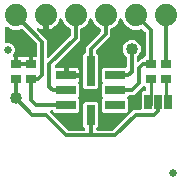
<source format=gbr>
G04 EAGLE Gerber RS-274X export*
G75*
%MOMM*%
%FSLAX34Y34*%
%LPD*%
%INTop Copper*%
%IPPOS*%
%AMOC8*
5,1,8,0,0,1.08239X$1,22.5*%
G01*
%ADD10R,0.800000X2.500000*%
%ADD11R,0.800000X1.670000*%
%ADD12R,1.670000X0.800000*%
%ADD13R,0.900000X0.700000*%
%ADD14C,1.879600*%
%ADD15R,0.635000X1.270000*%
%ADD16C,0.635000*%
%ADD17C,1.016000*%
%ADD18C,0.304800*%
%ADD19C,0.254000*%

G36*
X70715Y42182D02*
X70715Y42182D01*
X70854Y42195D01*
X70873Y42202D01*
X70893Y42205D01*
X71022Y42256D01*
X71154Y42303D01*
X71170Y42314D01*
X71189Y42322D01*
X71302Y42403D01*
X71417Y42481D01*
X71430Y42497D01*
X71446Y42508D01*
X71535Y42616D01*
X71627Y42720D01*
X71636Y42738D01*
X71649Y42753D01*
X71709Y42879D01*
X71772Y43003D01*
X71776Y43023D01*
X71785Y43041D01*
X71811Y43177D01*
X71841Y43313D01*
X71841Y43334D01*
X71845Y43353D01*
X71836Y43492D01*
X71832Y43631D01*
X71826Y43651D01*
X71825Y43671D01*
X71782Y43803D01*
X71743Y43937D01*
X71733Y43954D01*
X71727Y43973D01*
X71652Y44091D01*
X71582Y44211D01*
X71563Y44232D01*
X71557Y44242D01*
X71542Y44256D01*
X71475Y44331D01*
X69659Y46148D01*
X69659Y64952D01*
X71148Y66441D01*
X81252Y66441D01*
X82741Y64952D01*
X82741Y46148D01*
X80925Y44331D01*
X80839Y44222D01*
X80751Y44115D01*
X80742Y44096D01*
X80730Y44080D01*
X80674Y43952D01*
X80615Y43827D01*
X80611Y43807D01*
X80603Y43788D01*
X80581Y43650D01*
X80555Y43514D01*
X80557Y43494D01*
X80553Y43474D01*
X80567Y43335D01*
X80575Y43197D01*
X80581Y43178D01*
X80583Y43158D01*
X80630Y43026D01*
X80673Y42895D01*
X80684Y42877D01*
X80691Y42858D01*
X80769Y42743D01*
X80843Y42626D01*
X80858Y42612D01*
X80869Y42595D01*
X80974Y42503D01*
X81075Y42408D01*
X81093Y42398D01*
X81108Y42385D01*
X81232Y42321D01*
X81353Y42254D01*
X81373Y42249D01*
X81391Y42240D01*
X81527Y42210D01*
X81661Y42175D01*
X81689Y42173D01*
X81701Y42170D01*
X81722Y42171D01*
X81822Y42165D01*
X94628Y42165D01*
X94726Y42177D01*
X94825Y42180D01*
X94884Y42197D01*
X94944Y42205D01*
X95036Y42241D01*
X95131Y42269D01*
X95183Y42299D01*
X95239Y42322D01*
X95319Y42380D01*
X95405Y42430D01*
X95480Y42496D01*
X95497Y42508D01*
X95504Y42518D01*
X95526Y42536D01*
X112616Y59627D01*
X118237Y59627D01*
X118355Y59642D01*
X118474Y59650D01*
X118512Y59662D01*
X118553Y59667D01*
X118663Y59711D01*
X118776Y59748D01*
X118811Y59769D01*
X118848Y59784D01*
X118944Y59854D01*
X119045Y59918D01*
X119073Y59947D01*
X119106Y59971D01*
X119182Y60063D01*
X119263Y60149D01*
X119283Y60185D01*
X119308Y60216D01*
X119359Y60324D01*
X119417Y60428D01*
X119427Y60467D01*
X119444Y60504D01*
X119466Y60620D01*
X119496Y60736D01*
X119500Y60796D01*
X119504Y60816D01*
X119502Y60836D01*
X119506Y60896D01*
X119506Y74077D01*
X120995Y75566D01*
X121920Y75566D01*
X122038Y75581D01*
X122157Y75588D01*
X122195Y75601D01*
X122236Y75606D01*
X122346Y75649D01*
X122459Y75686D01*
X122494Y75708D01*
X122531Y75723D01*
X122627Y75792D01*
X122728Y75856D01*
X122756Y75886D01*
X122789Y75909D01*
X122865Y76001D01*
X122946Y76088D01*
X122966Y76123D01*
X122991Y76154D01*
X123042Y76262D01*
X123100Y76366D01*
X123110Y76406D01*
X123127Y76442D01*
X123149Y76559D01*
X123179Y76674D01*
X123183Y76734D01*
X123187Y76754D01*
X123185Y76775D01*
X123189Y76835D01*
X123189Y78265D01*
X123174Y78383D01*
X123167Y78502D01*
X123154Y78540D01*
X123149Y78581D01*
X123106Y78691D01*
X123069Y78804D01*
X123047Y78839D01*
X123032Y78876D01*
X122963Y78972D01*
X122899Y79073D01*
X122869Y79101D01*
X122846Y79134D01*
X122754Y79210D01*
X122667Y79291D01*
X122632Y79311D01*
X122601Y79336D01*
X122493Y79387D01*
X122389Y79445D01*
X122349Y79455D01*
X122313Y79472D01*
X122196Y79494D01*
X122081Y79524D01*
X122021Y79528D01*
X122001Y79532D01*
X121980Y79530D01*
X121920Y79534D01*
X121295Y79534D01*
X121259Y79553D01*
X121219Y79562D01*
X121182Y79578D01*
X121065Y79597D01*
X120948Y79623D01*
X120908Y79622D01*
X120868Y79628D01*
X120750Y79617D01*
X120630Y79613D01*
X120592Y79602D01*
X120551Y79598D01*
X120439Y79558D01*
X120325Y79525D01*
X120290Y79504D01*
X120252Y79491D01*
X120154Y79424D01*
X120051Y79363D01*
X120006Y79323D01*
X119989Y79312D01*
X119976Y79297D01*
X119930Y79257D01*
X112809Y72135D01*
X109010Y72135D01*
X108892Y72120D01*
X108773Y72113D01*
X108735Y72100D01*
X108694Y72095D01*
X108584Y72052D01*
X108471Y72015D01*
X108436Y71993D01*
X108399Y71978D01*
X108303Y71909D01*
X108202Y71845D01*
X108174Y71815D01*
X108141Y71792D01*
X108065Y71700D01*
X107984Y71613D01*
X107964Y71578D01*
X107939Y71547D01*
X107888Y71439D01*
X107830Y71335D01*
X107820Y71295D01*
X107803Y71259D01*
X107791Y71198D01*
X107341Y70748D01*
X107268Y70654D01*
X107189Y70564D01*
X107171Y70528D01*
X107146Y70496D01*
X107098Y70387D01*
X107044Y70281D01*
X107035Y70242D01*
X107019Y70204D01*
X107001Y70087D01*
X106975Y69971D01*
X106976Y69930D01*
X106970Y69890D01*
X106981Y69772D01*
X106984Y69653D01*
X106996Y69614D01*
X106999Y69574D01*
X107040Y69462D01*
X107073Y69347D01*
X107093Y69312D01*
X107107Y69274D01*
X107174Y69176D01*
X107234Y69073D01*
X107274Y69028D01*
X107286Y69011D01*
X107301Y68998D01*
X107341Y68953D01*
X107741Y68552D01*
X107741Y58448D01*
X106252Y56959D01*
X87448Y56959D01*
X85959Y58448D01*
X85959Y68552D01*
X86359Y68953D01*
X86432Y69047D01*
X86511Y69136D01*
X86529Y69172D01*
X86554Y69204D01*
X86602Y69313D01*
X86656Y69419D01*
X86665Y69458D01*
X86681Y69496D01*
X86699Y69613D01*
X86725Y69729D01*
X86724Y69770D01*
X86730Y69810D01*
X86719Y69928D01*
X86716Y70047D01*
X86704Y70086D01*
X86701Y70126D01*
X86660Y70238D01*
X86627Y70353D01*
X86607Y70388D01*
X86593Y70426D01*
X86526Y70524D01*
X86466Y70627D01*
X86426Y70672D01*
X86414Y70689D01*
X86399Y70702D01*
X86359Y70748D01*
X85959Y71148D01*
X85959Y81252D01*
X86359Y81653D01*
X86432Y81747D01*
X86511Y81836D01*
X86529Y81872D01*
X86554Y81904D01*
X86602Y82013D01*
X86656Y82119D01*
X86665Y82158D01*
X86681Y82196D01*
X86699Y82313D01*
X86725Y82429D01*
X86724Y82470D01*
X86730Y82510D01*
X86719Y82628D01*
X86716Y82747D01*
X86704Y82786D01*
X86701Y82826D01*
X86660Y82938D01*
X86627Y83053D01*
X86607Y83088D01*
X86593Y83126D01*
X86526Y83224D01*
X86466Y83327D01*
X86426Y83372D01*
X86414Y83389D01*
X86399Y83402D01*
X86359Y83448D01*
X85959Y83848D01*
X85959Y93952D01*
X87448Y95441D01*
X105791Y95441D01*
X105909Y95456D01*
X106028Y95463D01*
X106066Y95476D01*
X106107Y95481D01*
X106217Y95524D01*
X106330Y95561D01*
X106365Y95583D01*
X106402Y95598D01*
X106498Y95667D01*
X106599Y95731D01*
X106627Y95761D01*
X106660Y95784D01*
X106736Y95876D01*
X106817Y95963D01*
X106837Y95998D01*
X106862Y96029D01*
X106913Y96137D01*
X106971Y96241D01*
X106981Y96281D01*
X106998Y96317D01*
X107020Y96434D01*
X107050Y96549D01*
X107054Y96609D01*
X107058Y96629D01*
X107056Y96650D01*
X107057Y96658D01*
X107058Y96662D01*
X107057Y96666D01*
X107060Y96710D01*
X107060Y103887D01*
X107048Y103985D01*
X107045Y104084D01*
X107028Y104142D01*
X107020Y104202D01*
X106984Y104294D01*
X106956Y104389D01*
X106926Y104442D01*
X106903Y104498D01*
X106845Y104578D01*
X106795Y104663D01*
X106729Y104739D01*
X106717Y104755D01*
X106707Y104763D01*
X106689Y104784D01*
X104664Y106808D01*
X103504Y109609D01*
X103504Y112641D01*
X104664Y115442D01*
X106808Y117586D01*
X109609Y118746D01*
X112641Y118746D01*
X115442Y117586D01*
X117586Y115442D01*
X118746Y112641D01*
X118746Y109609D01*
X117586Y106808D01*
X115561Y104784D01*
X115501Y104706D01*
X115433Y104634D01*
X115404Y104581D01*
X115367Y104533D01*
X115327Y104442D01*
X115279Y104355D01*
X115264Y104297D01*
X115240Y104241D01*
X115225Y104143D01*
X115200Y104047D01*
X115194Y103947D01*
X115190Y103927D01*
X115192Y103915D01*
X115190Y103887D01*
X115190Y101777D01*
X115207Y101640D01*
X115211Y101596D01*
X115212Y101583D01*
X115213Y101581D01*
X115220Y101501D01*
X115227Y101482D01*
X115230Y101462D01*
X115281Y101333D01*
X115328Y101202D01*
X115339Y101185D01*
X115347Y101166D01*
X115428Y101054D01*
X115506Y100939D01*
X115522Y100925D01*
X115533Y100909D01*
X115641Y100820D01*
X115745Y100728D01*
X115763Y100719D01*
X115778Y100706D01*
X115904Y100647D01*
X116028Y100584D01*
X116048Y100579D01*
X116066Y100570D01*
X116202Y100544D01*
X116338Y100514D01*
X116359Y100514D01*
X116378Y100511D01*
X116517Y100519D01*
X116656Y100524D01*
X116676Y100529D01*
X116696Y100530D01*
X116828Y100573D01*
X116962Y100612D01*
X116979Y100622D01*
X116998Y100628D01*
X117116Y100703D01*
X117236Y100773D01*
X117257Y100792D01*
X117267Y100799D01*
X117281Y100814D01*
X117356Y100880D01*
X119131Y102655D01*
X119143Y102655D01*
X119201Y102672D01*
X119261Y102680D01*
X119353Y102716D01*
X119449Y102744D01*
X119501Y102774D01*
X119557Y102797D01*
X119637Y102855D01*
X119723Y102905D01*
X119798Y102971D01*
X119814Y102983D01*
X119822Y102993D01*
X119843Y103011D01*
X121448Y104616D01*
X121666Y104616D01*
X121784Y104631D01*
X121903Y104638D01*
X121941Y104651D01*
X121982Y104656D01*
X122092Y104699D01*
X122205Y104736D01*
X122240Y104758D01*
X122277Y104773D01*
X122373Y104842D01*
X122474Y104906D01*
X122502Y104936D01*
X122535Y104959D01*
X122611Y105051D01*
X122692Y105138D01*
X122712Y105173D01*
X122737Y105204D01*
X122788Y105312D01*
X122846Y105416D01*
X122856Y105456D01*
X122873Y105492D01*
X122895Y105609D01*
X122925Y105724D01*
X122929Y105784D01*
X122933Y105804D01*
X122931Y105825D01*
X122935Y105885D01*
X122935Y124791D01*
X122923Y124889D01*
X122920Y124988D01*
X122903Y125046D01*
X122895Y125106D01*
X122859Y125198D01*
X122831Y125293D01*
X122801Y125345D01*
X122778Y125402D01*
X122720Y125482D01*
X122670Y125567D01*
X122604Y125643D01*
X122592Y125659D01*
X122582Y125667D01*
X122564Y125688D01*
X119972Y128279D01*
X119949Y128297D01*
X119930Y128320D01*
X119824Y128395D01*
X119721Y128474D01*
X119694Y128486D01*
X119670Y128503D01*
X119549Y128549D01*
X119429Y128600D01*
X119400Y128605D01*
X119373Y128616D01*
X119244Y128630D01*
X119115Y128650D01*
X119086Y128647D01*
X119057Y128651D01*
X118928Y128633D01*
X118799Y128620D01*
X118771Y128610D01*
X118742Y128606D01*
X118589Y128554D01*
X116675Y127761D01*
X111925Y127761D01*
X107537Y129579D01*
X104179Y132937D01*
X102773Y136332D01*
X102704Y136453D01*
X102639Y136576D01*
X102625Y136591D01*
X102615Y136608D01*
X102518Y136708D01*
X102425Y136811D01*
X102408Y136822D01*
X102394Y136837D01*
X102275Y136910D01*
X102159Y136986D01*
X102140Y136992D01*
X102123Y137003D01*
X101990Y137044D01*
X101858Y137089D01*
X101838Y137091D01*
X101819Y137097D01*
X101680Y137103D01*
X101541Y137114D01*
X101521Y137111D01*
X101501Y137112D01*
X101365Y137084D01*
X101228Y137060D01*
X101209Y137052D01*
X101190Y137047D01*
X101064Y136986D01*
X100938Y136929D01*
X100922Y136917D01*
X100904Y136908D01*
X100798Y136817D01*
X100690Y136731D01*
X100677Y136715D01*
X100662Y136701D01*
X100582Y136588D01*
X100498Y136477D01*
X100486Y136451D01*
X100479Y136441D01*
X100472Y136422D01*
X100427Y136332D01*
X99021Y132937D01*
X95663Y129579D01*
X93748Y128786D01*
X93723Y128771D01*
X93695Y128762D01*
X93585Y128693D01*
X93472Y128628D01*
X93451Y128608D01*
X93426Y128592D01*
X93337Y128497D01*
X93244Y128407D01*
X93228Y128382D01*
X93208Y128360D01*
X93145Y128247D01*
X93077Y128136D01*
X93069Y128108D01*
X93054Y128082D01*
X93022Y127956D01*
X92984Y127832D01*
X92982Y127802D01*
X92975Y127774D01*
X92965Y127613D01*
X92965Y122141D01*
X90212Y119389D01*
X80731Y109907D01*
X80646Y109798D01*
X80557Y109691D01*
X80548Y109672D01*
X80536Y109656D01*
X80480Y109528D01*
X80421Y109403D01*
X80418Y109383D01*
X80410Y109364D01*
X80388Y109226D01*
X80362Y109090D01*
X80363Y109070D01*
X80360Y109050D01*
X80373Y108911D01*
X80381Y108773D01*
X80388Y108754D01*
X80390Y108734D01*
X80437Y108602D01*
X80479Y108471D01*
X80490Y108453D01*
X80497Y108434D01*
X80575Y108319D01*
X80650Y108202D01*
X80664Y108188D01*
X80676Y108171D01*
X80780Y108079D01*
X80881Y107984D01*
X80899Y107974D01*
X80914Y107961D01*
X81038Y107897D01*
X81160Y107830D01*
X81164Y107829D01*
X82741Y106252D01*
X82741Y79148D01*
X81252Y77659D01*
X71148Y77659D01*
X69659Y79148D01*
X69659Y106252D01*
X71191Y107784D01*
X71292Y107824D01*
X71405Y107861D01*
X71440Y107883D01*
X71477Y107898D01*
X71573Y107967D01*
X71674Y108031D01*
X71702Y108061D01*
X71735Y108084D01*
X71811Y108176D01*
X71892Y108263D01*
X71912Y108298D01*
X71937Y108329D01*
X71988Y108437D01*
X72046Y108541D01*
X72056Y108581D01*
X72073Y108617D01*
X72095Y108734D01*
X72125Y108849D01*
X72129Y108909D01*
X72133Y108929D01*
X72131Y108950D01*
X72135Y109010D01*
X72135Y112809D01*
X84464Y125137D01*
X84524Y125215D01*
X84592Y125287D01*
X84621Y125340D01*
X84658Y125388D01*
X84698Y125479D01*
X84746Y125566D01*
X84761Y125624D01*
X84785Y125680D01*
X84800Y125778D01*
X84825Y125874D01*
X84831Y125974D01*
X84835Y125994D01*
X84833Y126006D01*
X84835Y126034D01*
X84835Y127613D01*
X84832Y127642D01*
X84834Y127672D01*
X84812Y127800D01*
X84795Y127929D01*
X84785Y127956D01*
X84780Y127985D01*
X84726Y128104D01*
X84678Y128224D01*
X84661Y128248D01*
X84649Y128275D01*
X84568Y128377D01*
X84492Y128482D01*
X84469Y128501D01*
X84450Y128524D01*
X84347Y128602D01*
X84247Y128685D01*
X84220Y128697D01*
X84196Y128715D01*
X84052Y128786D01*
X82137Y129579D01*
X78779Y132937D01*
X77373Y136332D01*
X77304Y136453D01*
X77239Y136576D01*
X77225Y136591D01*
X77215Y136608D01*
X77118Y136708D01*
X77025Y136811D01*
X77008Y136822D01*
X76994Y136837D01*
X76875Y136910D01*
X76759Y136986D01*
X76740Y136992D01*
X76723Y137003D01*
X76590Y137044D01*
X76458Y137089D01*
X76438Y137091D01*
X76419Y137097D01*
X76280Y137103D01*
X76141Y137114D01*
X76121Y137111D01*
X76101Y137112D01*
X75965Y137084D01*
X75828Y137060D01*
X75809Y137052D01*
X75790Y137047D01*
X75664Y136986D01*
X75538Y136929D01*
X75522Y136917D01*
X75504Y136908D01*
X75398Y136817D01*
X75290Y136731D01*
X75277Y136715D01*
X75262Y136701D01*
X75182Y136588D01*
X75098Y136477D01*
X75086Y136451D01*
X75079Y136441D01*
X75072Y136422D01*
X75027Y136332D01*
X73621Y132937D01*
X70263Y129579D01*
X68348Y128786D01*
X68323Y128771D01*
X68295Y128762D01*
X68185Y128693D01*
X68072Y128628D01*
X68051Y128608D01*
X68026Y128592D01*
X67937Y128497D01*
X67844Y128407D01*
X67828Y128382D01*
X67808Y128360D01*
X67745Y128247D01*
X67677Y128136D01*
X67669Y128108D01*
X67654Y128082D01*
X67622Y127956D01*
X67584Y127832D01*
X67582Y127802D01*
X67575Y127774D01*
X67565Y127613D01*
X67565Y118966D01*
X64812Y116214D01*
X46206Y97607D01*
X46121Y97498D01*
X46032Y97391D01*
X46023Y97372D01*
X46011Y97356D01*
X45955Y97228D01*
X45896Y97103D01*
X45893Y97083D01*
X45885Y97064D01*
X45863Y96926D01*
X45837Y96790D01*
X45838Y96770D01*
X45835Y96750D01*
X45848Y96611D01*
X45856Y96473D01*
X45863Y96454D01*
X45865Y96434D01*
X45912Y96302D01*
X45954Y96171D01*
X45965Y96153D01*
X45972Y96134D01*
X46050Y96019D01*
X46125Y95902D01*
X46139Y95888D01*
X46151Y95871D01*
X46255Y95779D01*
X46356Y95684D01*
X46374Y95674D01*
X46389Y95661D01*
X46513Y95597D01*
X46635Y95530D01*
X46654Y95525D01*
X46672Y95516D01*
X46808Y95486D01*
X46943Y95451D01*
X46971Y95449D01*
X46983Y95446D01*
X47003Y95447D01*
X47103Y95441D01*
X53551Y95441D01*
X53551Y89630D01*
X53566Y89512D01*
X53573Y89393D01*
X53585Y89355D01*
X53591Y89315D01*
X53634Y89204D01*
X53671Y89091D01*
X53693Y89057D01*
X53708Y89019D01*
X53777Y88923D01*
X53841Y88822D01*
X53871Y88794D01*
X53894Y88762D01*
X53986Y88686D01*
X54073Y88604D01*
X54108Y88585D01*
X54139Y88559D01*
X54247Y88508D01*
X54351Y88451D01*
X54391Y88441D01*
X54427Y88423D01*
X54544Y88401D01*
X54659Y88371D01*
X54719Y88367D01*
X54739Y88364D01*
X54760Y88365D01*
X54820Y88361D01*
X55011Y88361D01*
X55011Y88170D01*
X55026Y88052D01*
X55033Y87933D01*
X55046Y87895D01*
X55051Y87854D01*
X55095Y87744D01*
X55131Y87631D01*
X55153Y87596D01*
X55168Y87559D01*
X55238Y87462D01*
X55301Y87362D01*
X55331Y87334D01*
X55355Y87301D01*
X55446Y87225D01*
X55533Y87144D01*
X55568Y87124D01*
X55600Y87099D01*
X55707Y87048D01*
X55812Y86990D01*
X55851Y86980D01*
X55887Y86963D01*
X56004Y86941D01*
X56120Y86911D01*
X56180Y86907D01*
X56200Y86903D01*
X56220Y86905D01*
X56280Y86901D01*
X66441Y86901D01*
X66441Y84566D01*
X66268Y83919D01*
X65890Y83266D01*
X65889Y83264D01*
X65885Y83257D01*
X65864Y83220D01*
X65847Y83198D01*
X65799Y83088D01*
X65744Y82981D01*
X65736Y82942D01*
X65720Y82906D01*
X65701Y82788D01*
X65675Y82671D01*
X65676Y82631D01*
X65670Y82592D01*
X65681Y82473D01*
X65684Y82353D01*
X65695Y82315D01*
X65699Y82275D01*
X65739Y82162D01*
X65773Y82047D01*
X65793Y82013D01*
X65806Y81976D01*
X65873Y81877D01*
X65934Y81773D01*
X65973Y81729D01*
X65984Y81713D01*
X66000Y81699D01*
X66041Y81653D01*
X66441Y81252D01*
X66441Y71148D01*
X66041Y70747D01*
X65968Y70653D01*
X65889Y70564D01*
X65871Y70528D01*
X65846Y70496D01*
X65798Y70387D01*
X65744Y70281D01*
X65735Y70242D01*
X65719Y70204D01*
X65701Y70087D01*
X65675Y69971D01*
X65676Y69930D01*
X65670Y69890D01*
X65681Y69772D01*
X65684Y69653D01*
X65696Y69614D01*
X65699Y69574D01*
X65740Y69462D01*
X65773Y69347D01*
X65793Y69312D01*
X65807Y69274D01*
X65874Y69176D01*
X65934Y69073D01*
X65974Y69028D01*
X65986Y69011D01*
X66001Y68998D01*
X66041Y68952D01*
X66441Y68552D01*
X66441Y58448D01*
X64952Y56959D01*
X46148Y56959D01*
X44616Y58491D01*
X44576Y58592D01*
X44539Y58705D01*
X44517Y58740D01*
X44502Y58777D01*
X44433Y58873D01*
X44369Y58974D01*
X44339Y59002D01*
X44316Y59035D01*
X44224Y59111D01*
X44137Y59192D01*
X44102Y59212D01*
X44071Y59237D01*
X43963Y59288D01*
X43859Y59346D01*
X43819Y59356D01*
X43783Y59373D01*
X43666Y59395D01*
X43551Y59425D01*
X43491Y59429D01*
X43471Y59433D01*
X43450Y59431D01*
X43390Y59435D01*
X43040Y59435D01*
X42902Y59418D01*
X42764Y59405D01*
X42744Y59398D01*
X42724Y59395D01*
X42595Y59344D01*
X42464Y59297D01*
X42447Y59286D01*
X42429Y59278D01*
X42317Y59197D01*
X42201Y59119D01*
X42188Y59103D01*
X42171Y59092D01*
X42083Y58984D01*
X41991Y58880D01*
X41981Y58862D01*
X41968Y58847D01*
X41909Y58721D01*
X41846Y58597D01*
X41842Y58577D01*
X41833Y58559D01*
X41807Y58423D01*
X41776Y58287D01*
X41777Y58266D01*
X41773Y58247D01*
X41782Y58108D01*
X41786Y57969D01*
X41792Y57949D01*
X41793Y57929D01*
X41836Y57797D01*
X41874Y57663D01*
X41885Y57646D01*
X41891Y57627D01*
X41966Y57509D01*
X42036Y57389D01*
X42055Y57368D01*
X42061Y57358D01*
X42076Y57344D01*
X42142Y57269D01*
X56874Y42536D01*
X56953Y42476D01*
X57025Y42408D01*
X57078Y42379D01*
X57126Y42342D01*
X57217Y42302D01*
X57303Y42254D01*
X57362Y42239D01*
X57418Y42215D01*
X57516Y42200D01*
X57611Y42175D01*
X57711Y42169D01*
X57732Y42165D01*
X57744Y42167D01*
X57772Y42165D01*
X70578Y42165D01*
X70715Y42182D01*
G37*
G36*
X25038Y96841D02*
X25038Y96841D01*
X25157Y96848D01*
X25195Y96860D01*
X25235Y96866D01*
X25346Y96909D01*
X25459Y96946D01*
X25493Y96968D01*
X25531Y96983D01*
X25627Y97052D01*
X25728Y97116D01*
X25756Y97146D01*
X25788Y97169D01*
X25864Y97261D01*
X25946Y97348D01*
X25965Y97383D01*
X25991Y97414D01*
X26042Y97522D01*
X26099Y97626D01*
X26109Y97666D01*
X26127Y97702D01*
X26149Y97819D01*
X26155Y97821D01*
X26196Y97826D01*
X26306Y97870D01*
X26419Y97906D01*
X26454Y97928D01*
X26491Y97943D01*
X26587Y98013D01*
X26688Y98076D01*
X26716Y98106D01*
X26749Y98130D01*
X26825Y98221D01*
X26906Y98308D01*
X26926Y98343D01*
X26951Y98375D01*
X27002Y98482D01*
X27060Y98587D01*
X27070Y98626D01*
X27087Y98662D01*
X27109Y98779D01*
X27139Y98895D01*
X27143Y98955D01*
X27147Y98975D01*
X27145Y98995D01*
X27149Y99055D01*
X27149Y104616D01*
X29591Y104616D01*
X29709Y104631D01*
X29828Y104638D01*
X29866Y104651D01*
X29907Y104656D01*
X30017Y104699D01*
X30130Y104736D01*
X30165Y104758D01*
X30202Y104773D01*
X30298Y104842D01*
X30399Y104906D01*
X30427Y104936D01*
X30460Y104959D01*
X30536Y105051D01*
X30617Y105138D01*
X30637Y105173D01*
X30662Y105204D01*
X30713Y105312D01*
X30771Y105416D01*
X30781Y105456D01*
X30798Y105492D01*
X30820Y105609D01*
X30850Y105724D01*
X30854Y105784D01*
X30858Y105804D01*
X30856Y105825D01*
X30860Y105885D01*
X30860Y115266D01*
X30848Y115364D01*
X30845Y115463D01*
X30828Y115521D01*
X30820Y115581D01*
X30784Y115673D01*
X30756Y115768D01*
X30726Y115821D01*
X30703Y115877D01*
X30645Y115957D01*
X30595Y116042D01*
X30529Y116118D01*
X30517Y116134D01*
X30507Y116142D01*
X30489Y116163D01*
X18372Y128279D01*
X18349Y128297D01*
X18330Y128320D01*
X18224Y128395D01*
X18121Y128474D01*
X18094Y128486D01*
X18070Y128503D01*
X17949Y128549D01*
X17829Y128600D01*
X17800Y128605D01*
X17773Y128616D01*
X17644Y128630D01*
X17515Y128650D01*
X17486Y128647D01*
X17457Y128651D01*
X17328Y128633D01*
X17199Y128620D01*
X17171Y128610D01*
X17142Y128606D01*
X16989Y128554D01*
X15075Y127761D01*
X10325Y127761D01*
X5937Y129579D01*
X5724Y129793D01*
X5614Y129878D01*
X5507Y129966D01*
X5488Y129975D01*
X5472Y129988D01*
X5345Y130043D01*
X5219Y130102D01*
X5199Y130106D01*
X5180Y130114D01*
X5043Y130136D01*
X4906Y130162D01*
X4886Y130161D01*
X4866Y130164D01*
X4727Y130151D01*
X4589Y130142D01*
X4570Y130136D01*
X4550Y130134D01*
X4418Y130087D01*
X4287Y130044D01*
X4270Y130033D01*
X4250Y130026D01*
X4135Y129948D01*
X4018Y129874D01*
X4004Y129859D01*
X3987Y129848D01*
X3895Y129744D01*
X3800Y129642D01*
X3790Y129625D01*
X3777Y129609D01*
X3713Y129485D01*
X3646Y129364D01*
X3641Y129344D01*
X3632Y129326D01*
X3602Y129190D01*
X3567Y129056D01*
X3565Y129028D01*
X3562Y129016D01*
X3563Y128995D01*
X3557Y128895D01*
X3557Y117419D01*
X3563Y117370D01*
X3561Y117320D01*
X3583Y117213D01*
X3597Y117104D01*
X3615Y117057D01*
X3625Y117009D01*
X3673Y116910D01*
X3714Y116808D01*
X3743Y116768D01*
X3765Y116723D01*
X3836Y116639D01*
X3900Y116551D01*
X3939Y116519D01*
X3971Y116481D01*
X4061Y116418D01*
X4145Y116348D01*
X4190Y116327D01*
X4231Y116298D01*
X4334Y116259D01*
X4433Y116212D01*
X4482Y116203D01*
X4529Y116185D01*
X4638Y116173D01*
X4745Y116153D01*
X4795Y116156D01*
X4845Y116150D01*
X4954Y116165D01*
X5063Y116172D01*
X5110Y116188D01*
X5160Y116195D01*
X5192Y116206D01*
X7487Y116206D01*
X9588Y115336D01*
X11196Y113728D01*
X12066Y111627D01*
X12066Y109353D01*
X11196Y107252D01*
X10726Y106783D01*
X10641Y106673D01*
X10552Y106566D01*
X10543Y106547D01*
X10531Y106531D01*
X10475Y106403D01*
X10416Y106278D01*
X10413Y106258D01*
X10404Y106239D01*
X10382Y106101D01*
X10357Y105965D01*
X10358Y105945D01*
X10355Y105925D01*
X10368Y105786D01*
X10376Y105648D01*
X10382Y105629D01*
X10384Y105609D01*
X10431Y105478D01*
X10474Y105346D01*
X10485Y105328D01*
X10492Y105309D01*
X10570Y105195D01*
X10644Y105077D01*
X10659Y105063D01*
X10671Y105046D01*
X10775Y104954D01*
X10876Y104859D01*
X10894Y104849D01*
X10909Y104836D01*
X10951Y104814D01*
X10951Y99055D01*
X10966Y98937D01*
X10973Y98818D01*
X10985Y98780D01*
X10991Y98740D01*
X11034Y98629D01*
X11071Y98516D01*
X11093Y98482D01*
X11108Y98444D01*
X11177Y98348D01*
X11241Y98247D01*
X11271Y98219D01*
X11294Y98187D01*
X11386Y98111D01*
X11473Y98029D01*
X11508Y98010D01*
X11539Y97984D01*
X11647Y97933D01*
X11751Y97876D01*
X11791Y97866D01*
X11827Y97848D01*
X11944Y97826D01*
X11946Y97820D01*
X11951Y97779D01*
X11995Y97669D01*
X12031Y97556D01*
X12053Y97521D01*
X12068Y97484D01*
X12138Y97387D01*
X12201Y97287D01*
X12231Y97259D01*
X12255Y97226D01*
X12346Y97150D01*
X12433Y97069D01*
X12468Y97049D01*
X12500Y97024D01*
X12607Y96973D01*
X12712Y96915D01*
X12751Y96905D01*
X12787Y96888D01*
X12904Y96866D01*
X13020Y96836D01*
X13080Y96832D01*
X13100Y96828D01*
X13120Y96830D01*
X13180Y96826D01*
X24920Y96826D01*
X25038Y96841D01*
G37*
G36*
X40317Y103694D02*
X40317Y103694D01*
X40456Y103699D01*
X40476Y103704D01*
X40496Y103705D01*
X40628Y103748D01*
X40762Y103787D01*
X40779Y103797D01*
X40798Y103803D01*
X40916Y103878D01*
X41036Y103948D01*
X41057Y103967D01*
X41067Y103974D01*
X41081Y103988D01*
X41156Y104055D01*
X59064Y121962D01*
X59124Y122040D01*
X59192Y122112D01*
X59221Y122165D01*
X59258Y122213D01*
X59298Y122304D01*
X59346Y122391D01*
X59361Y122449D01*
X59385Y122505D01*
X59400Y122603D01*
X59425Y122699D01*
X59431Y122799D01*
X59435Y122819D01*
X59433Y122831D01*
X59435Y122859D01*
X59435Y127613D01*
X59432Y127642D01*
X59434Y127672D01*
X59412Y127800D01*
X59395Y127929D01*
X59385Y127956D01*
X59380Y127985D01*
X59326Y128104D01*
X59278Y128224D01*
X59261Y128248D01*
X59249Y128275D01*
X59168Y128377D01*
X59092Y128482D01*
X59069Y128501D01*
X59050Y128524D01*
X58947Y128602D01*
X58847Y128685D01*
X58820Y128697D01*
X58796Y128715D01*
X58652Y128786D01*
X56737Y129579D01*
X53379Y132937D01*
X51937Y136419D01*
X51922Y136445D01*
X51913Y136474D01*
X51843Y136583D01*
X51779Y136696D01*
X51758Y136717D01*
X51742Y136742D01*
X51648Y136831D01*
X51558Y136924D01*
X51532Y136940D01*
X51510Y136960D01*
X51397Y137022D01*
X51287Y137090D01*
X51258Y137099D01*
X51232Y137113D01*
X51106Y137146D01*
X50983Y137184D01*
X50953Y137185D01*
X50924Y137193D01*
X50794Y137193D01*
X50665Y137199D01*
X50636Y137193D01*
X50606Y137193D01*
X50480Y137161D01*
X50354Y137135D01*
X50327Y137121D01*
X50298Y137114D01*
X50184Y137052D01*
X50068Y136995D01*
X50045Y136976D01*
X50019Y136961D01*
X49925Y136873D01*
X49826Y136789D01*
X49809Y136764D01*
X49787Y136744D01*
X49717Y136635D01*
X49643Y136529D01*
X49632Y136501D01*
X49616Y136475D01*
X49557Y136326D01*
X49164Y135117D01*
X48311Y133443D01*
X47206Y131922D01*
X45878Y130594D01*
X44357Y129489D01*
X42683Y128636D01*
X40896Y128055D01*
X40639Y128015D01*
X40639Y138430D01*
X40624Y138548D01*
X40617Y138667D01*
X40604Y138705D01*
X40599Y138745D01*
X40556Y138856D01*
X40519Y138969D01*
X40497Y139003D01*
X40482Y139041D01*
X40412Y139137D01*
X40349Y139238D01*
X40319Y139266D01*
X40295Y139298D01*
X40204Y139374D01*
X40117Y139456D01*
X40082Y139475D01*
X40051Y139501D01*
X39943Y139552D01*
X39839Y139609D01*
X39799Y139620D01*
X39763Y139637D01*
X39646Y139659D01*
X39531Y139689D01*
X39470Y139693D01*
X39450Y139697D01*
X39430Y139695D01*
X39370Y139699D01*
X36830Y139699D01*
X36712Y139684D01*
X36593Y139677D01*
X36555Y139664D01*
X36514Y139659D01*
X36404Y139615D01*
X36291Y139579D01*
X36256Y139557D01*
X36219Y139542D01*
X36123Y139472D01*
X36022Y139409D01*
X35994Y139379D01*
X35961Y139355D01*
X35886Y139264D01*
X35804Y139177D01*
X35784Y139142D01*
X35759Y139110D01*
X35708Y139003D01*
X35650Y138898D01*
X35640Y138859D01*
X35623Y138823D01*
X35601Y138706D01*
X35571Y138591D01*
X35567Y138530D01*
X35563Y138510D01*
X35565Y138490D01*
X35561Y138430D01*
X35561Y128015D01*
X35304Y128055D01*
X33517Y128636D01*
X32493Y129158D01*
X32380Y129198D01*
X32271Y129246D01*
X32231Y129252D01*
X32193Y129266D01*
X32075Y129277D01*
X31957Y129296D01*
X31917Y129292D01*
X31877Y129296D01*
X31759Y129277D01*
X31640Y129266D01*
X31602Y129252D01*
X31563Y129246D01*
X31453Y129199D01*
X31341Y129158D01*
X31307Y129136D01*
X31271Y129120D01*
X31176Y129047D01*
X31078Y128980D01*
X31051Y128950D01*
X31019Y128925D01*
X30946Y128831D01*
X30867Y128741D01*
X30849Y128706D01*
X30824Y128674D01*
X30777Y128564D01*
X30722Y128458D01*
X30714Y128419D01*
X30698Y128382D01*
X30679Y128264D01*
X30653Y128148D01*
X30654Y128108D01*
X30648Y128068D01*
X30659Y127949D01*
X30662Y127830D01*
X30674Y127791D01*
X30677Y127751D01*
X30718Y127639D01*
X30751Y127524D01*
X30771Y127490D01*
X30785Y127452D01*
X30852Y127353D01*
X30912Y127250D01*
X30952Y127206D01*
X30963Y127189D01*
X30979Y127175D01*
X31019Y127130D01*
X36237Y121911D01*
X38990Y119159D01*
X38990Y104952D01*
X39007Y104815D01*
X39020Y104676D01*
X39027Y104657D01*
X39030Y104637D01*
X39081Y104508D01*
X39128Y104377D01*
X39139Y104360D01*
X39147Y104341D01*
X39228Y104229D01*
X39306Y104114D01*
X39322Y104100D01*
X39333Y104084D01*
X39441Y103995D01*
X39545Y103903D01*
X39563Y103894D01*
X39578Y103881D01*
X39704Y103822D01*
X39828Y103759D01*
X39848Y103754D01*
X39866Y103745D01*
X40002Y103719D01*
X40138Y103689D01*
X40159Y103689D01*
X40178Y103686D01*
X40317Y103694D01*
G37*
%LPC*%
G36*
X57549Y90899D02*
X57549Y90899D01*
X57549Y95441D01*
X64234Y95441D01*
X64881Y95268D01*
X65460Y94933D01*
X65933Y94460D01*
X66268Y93881D01*
X66441Y93234D01*
X66441Y90899D01*
X57549Y90899D01*
G37*
%LPD*%
%LPC*%
G36*
X14449Y100324D02*
X14449Y100324D01*
X14449Y104616D01*
X17534Y104616D01*
X18181Y104443D01*
X18415Y104307D01*
X18513Y104266D01*
X18606Y104217D01*
X18659Y104205D01*
X18708Y104184D01*
X18813Y104168D01*
X18916Y104144D01*
X18970Y104145D01*
X19023Y104137D01*
X19128Y104148D01*
X19234Y104150D01*
X19286Y104165D01*
X19339Y104170D01*
X19438Y104207D01*
X19540Y104236D01*
X19617Y104274D01*
X19637Y104281D01*
X19650Y104290D01*
X19685Y104307D01*
X19919Y104443D01*
X20566Y104616D01*
X23651Y104616D01*
X23651Y100324D01*
X14449Y100324D01*
G37*
%LPD*%
D10*
X76200Y92700D03*
D11*
X76200Y55550D03*
D12*
X96850Y88900D03*
X96850Y76200D03*
X96850Y63500D03*
X55550Y63500D03*
X55550Y76200D03*
X55550Y88900D03*
D13*
X25400Y85575D03*
X25400Y98575D03*
X139700Y98575D03*
X139700Y85575D03*
X127000Y98575D03*
X127000Y85575D03*
D14*
X12700Y139700D03*
X38100Y139700D03*
X63500Y139700D03*
X88900Y139700D03*
X114300Y139700D03*
X139700Y139700D03*
D15*
X125222Y66675D03*
X133350Y66675D03*
X141478Y66675D03*
D13*
X12700Y85575D03*
X12700Y98575D03*
D16*
X6350Y110490D03*
X146050Y6350D03*
D17*
X25400Y111125D03*
X92075Y111125D03*
D18*
X55550Y76200D02*
X44450Y76200D01*
X41275Y79375D01*
X41275Y98425D01*
X63500Y120650D01*
X63500Y139700D01*
X127000Y127000D02*
X127000Y98575D01*
X127000Y127000D02*
X114300Y139700D01*
X111125Y76200D02*
X96850Y76200D01*
X111125Y76200D02*
X117475Y82550D01*
X120800Y98575D02*
X127000Y98575D01*
X120800Y98575D02*
X117475Y95250D01*
X117475Y82550D01*
X139700Y98575D02*
X139700Y139700D01*
X107950Y88900D02*
X96850Y88900D01*
X107950Y88900D02*
X111125Y92075D01*
X111125Y111125D01*
D17*
X111125Y111125D03*
D18*
X76200Y111125D02*
X76200Y92700D01*
X76200Y111125D02*
X88900Y123825D01*
X88900Y139700D01*
X25400Y85575D02*
X25400Y67990D01*
X29890Y63500D01*
X55550Y63500D01*
X12700Y69850D02*
X12700Y85575D01*
X12700Y69850D02*
X26988Y55563D01*
X38100Y55563D01*
X55563Y38100D01*
X76200Y38100D01*
X76200Y55550D01*
X34925Y117475D02*
X12700Y139700D01*
X133350Y66675D02*
X133350Y58738D01*
X130175Y55563D01*
X114300Y55563D01*
X96838Y38100D01*
X76200Y38100D01*
X31600Y85575D02*
X25400Y85575D01*
X31600Y85575D02*
X34925Y88900D01*
X34925Y117475D01*
D17*
X12700Y69850D03*
D19*
X139700Y63500D02*
X139700Y85575D01*
X141478Y66675D02*
X139700Y63500D01*
X127000Y63500D02*
X127000Y85575D01*
X125222Y66675D02*
X127000Y63500D01*
M02*

</source>
